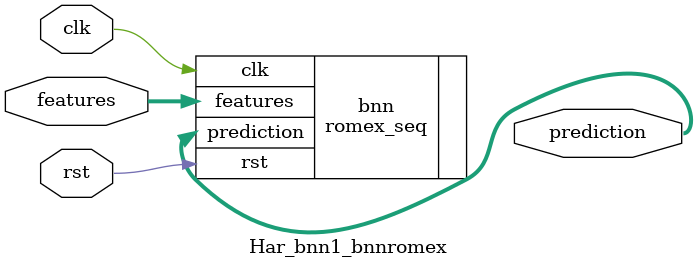
<source format=v>













module Har_bnn1_bnnromex #(

parameter FEAT_CNT = 12,
parameter HIDDEN_CNT = 40,
parameter FEAT_BITS = 4,
parameter CLASS_CNT = 6,
parameter TEST_CNT = 1000


  ) (
  input clk,
  input rst,
  input [FEAT_CNT*FEAT_BITS-1:0] features,
  output [$clog2(CLASS_CNT)-1:0] prediction
  );

  localparam Weights0 = 480'b010011011001001100101101110001110010101011110010111001110001101001101010010011110101100110000101000100000111110100000001101110101101000110000001100100000001110000111111100111001110011001111010101000111100000011110011111011101000100111100110001101001001000110110111001011101011010111110100111000111100000011000000000100101111000110010101011010001100110101000100110101010101111011111000111000010110111000110001001110000010001100000101000000100100011000001101111001100001101000111001 ;
  localparam Weights1 = 240'b111001111101100000101111100101100010100011010110111111001010010101011010011101001110011111011110001101011100001000101010010101000110011010101101110010110100110101111111011000000011000110001111110000010111001001000101000010011100001111000100 ;

  romex_seq #(.FEAT_CNT(FEAT_CNT),.FEAT_BITS(FEAT_BITS),.HIDDEN_CNT(HIDDEN_CNT),.CLASS_CNT(CLASS_CNT),.Weights0(Weights0),.Weights1(Weights1)) bnn (
    .clk(clk),
    .rst(rst),
    .features(features),
    .prediction(prediction)
  );

endmodule

</source>
